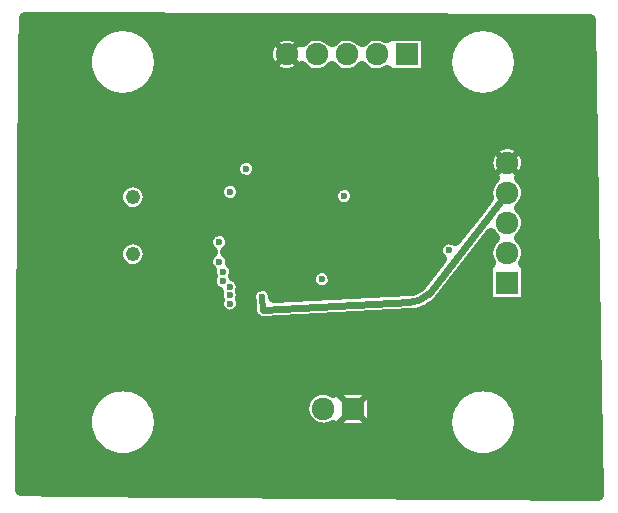
<source format=gbr>
G04 DipTrace 4.3.0.3*
G04 G3L.gbr*
%MOMM*%
G04 #@! TF.FileFunction,Copper,L3,Inr*
G04 #@! TF.Part,Single*
G04 #@! TA.AperFunction,ViaPad*
%ADD17C,0.6*%
G04 #@! TA.AperFunction,CopperBalancing*
%ADD18C,1.0*%
%ADD24C,0.5*%
G04 #@! TA.AperFunction,ComponentPad*
%ADD33R,1.92X1.92*%
%ADD34C,1.92*%
%ADD39C,1.2192*%
%FSLAX35Y35*%
G04*
G71*
G90*
G75*
G01*
G04 Inner2*
%LPD*%
X2550000Y2330000D2*
D24*
X2554930Y2222747D1*
D17*
X3800000Y2285000D1*
G03X3960000Y2355000I-12273J245910D01*
G01*
X4625000Y3212000D1*
X3245000Y3185000D3*
X3055000Y2480000D3*
X2415000Y3415000D3*
X2280000Y3220000D3*
X2220000Y2545000D3*
X2215000Y2465000D3*
X2275000Y2415000D3*
Y2345000D3*
X2280000Y2275000D3*
X2185000Y2630000D3*
Y2795000D3*
X2475000Y3715000D3*
X1880000Y3570000D3*
X1765000Y3500000D3*
X1760000Y3380000D3*
X1820000Y3240000D3*
X1910000Y3125000D3*
X2430000Y2925000D3*
X1115000Y2940000D3*
X1770000Y2365000D3*
X1765000Y2295000D3*
X1760000Y2230000D3*
X1780000Y2460000D3*
X1820000Y2535000D3*
X1840000Y2625000D3*
X1825000Y2715000D3*
X4190000Y1710000D3*
X3995000Y1580000D3*
X1975000Y2210000D3*
X2165000Y1815000D3*
X2255000D3*
X2505000D3*
X2425000D3*
X2345000D3*
X3700000Y1840000D3*
X3540000Y3080000D3*
X3440000Y3060000D3*
X3360000Y3055000D3*
X1335000Y2000000D3*
X1380000Y1915000D3*
X1480000Y1905000D3*
X1565000Y1935000D3*
X1580000Y2020000D3*
X3205000Y1825000D3*
X4580000Y2010000D3*
X4655000D3*
X2785000Y3525000D3*
X2830000Y3480000D3*
X2835000Y3420000D3*
X3665000Y3775000D3*
X3600000D3*
X3530000Y3770000D3*
X3480000Y3730000D3*
X3475000Y3650000D3*
X3480000Y3585000D3*
Y3520000D3*
X4715000Y2085000D3*
X3570000Y3360000D3*
X3650000Y3350000D3*
X3785000Y3300000D3*
X3820000Y3260000D3*
X3845000Y3210000D3*
X3840000Y3140000D3*
X3820000Y3085000D3*
X3825000Y3025000D3*
X3835000Y2745000D3*
Y2685000D3*
X3865000Y2625000D3*
X3940000Y2610000D3*
X4010000Y2615000D3*
X3925000Y3990000D3*
X3830000D3*
X3950000Y4200000D3*
X3815000Y4065000D3*
Y4140000D3*
X3825000Y4210000D3*
X3410000Y3135000D3*
X3480000Y3140000D3*
X3545000Y3135000D3*
X3580000Y2745000D3*
X3585000Y2690000D3*
X3555000Y2635000D3*
X3320000Y2555000D3*
X3550000Y2525000D3*
X3500000Y2480000D3*
X3525000Y2410000D3*
X3390000Y2345000D3*
X3320000Y2385000D3*
X1140000Y1695000D3*
X1210000Y1685000D3*
X1265000Y1695000D3*
X1320000Y1720000D3*
X1380000D3*
X1515000Y1695000D3*
X1505000Y1640000D3*
Y1580000D3*
X1565000Y1585000D3*
X1645000Y1575000D3*
X1740000Y1570000D3*
X1750000Y1635000D3*
X1855000Y1575000D3*
X1940000D3*
X2030000Y1585000D3*
X2100000Y1605000D3*
X2180000D3*
X2265000Y1600000D3*
X2340000D3*
X2420000Y1590000D3*
X2500000Y1600000D3*
X2950000Y2590000D3*
X3360000Y3110000D3*
X4135000Y2725000D3*
X2550000Y2330000D3*
X548747Y4595333D2*
D18*
X1213252D1*
X1526742D2*
X4263265D1*
X4576755D2*
X5317184D1*
X547881Y4495667D2*
X1102145D1*
X1637848D2*
X2622594D1*
X3952998D2*
X4152158D1*
X4687861D2*
X5318870D1*
X547015Y4396000D2*
X1057393D1*
X1682601D2*
X2581351D1*
X3952998D2*
X4107406D1*
X4732614D2*
X5320602D1*
X546195Y4296333D2*
X1048916D1*
X1691123D2*
X2606325D1*
X3952998D2*
X4098883D1*
X4741090D2*
X5322288D1*
X545329Y4196667D2*
X1073434D1*
X1666605D2*
X4123402D1*
X4716572D2*
X5323975D1*
X544463Y4097000D2*
X1141794D1*
X1598200D2*
X4191807D1*
X4648213D2*
X5325661D1*
X543597Y3997333D2*
X5327347D1*
X542777Y3897667D2*
X5329033D1*
X541911Y3798000D2*
X5330765D1*
X541045Y3698333D2*
X5332451D1*
X540225Y3598667D2*
X4511911D1*
X4738083D2*
X5334137D1*
X539359Y3499000D2*
X2347152D1*
X2482861D2*
X4450251D1*
X4799743D2*
X5335824D1*
X538493Y3399333D2*
X2304222D1*
X2525791D2*
X4460778D1*
X4789215D2*
X5337510D1*
X537673Y3299667D2*
X1395407D1*
X1514574D2*
X2206286D1*
X2353708D2*
X4471670D1*
X4778324D2*
X5339196D1*
X536807Y3200000D2*
X1314150D1*
X1595830D2*
X2169964D1*
X2390029D2*
X3134105D1*
X3355902D2*
X4447425D1*
X4802568D2*
X5340882D1*
X535941Y3100333D2*
X1335889D1*
X1574137D2*
X3178128D1*
X3311878D2*
X4399255D1*
X4760505D2*
X5342614D1*
X535120Y3000667D2*
X4321917D1*
X4797510D2*
X5344300D1*
X534255Y2901000D2*
X4244580D1*
X4793044D2*
X5345986D1*
X533389Y2801333D2*
X1366924D1*
X1543057D2*
X2073213D1*
X2296787D2*
X4057367D1*
X4771943D2*
X5347673D1*
X532568Y2701667D2*
X1312282D1*
X1597699D2*
X2102425D1*
X2267575D2*
X4025693D1*
X4368122D2*
X4447015D1*
X4802979D2*
X5349359D1*
X531702Y2602000D2*
X1348740D1*
X1561286D2*
X2076904D1*
X2314606D2*
X4012568D1*
X4290785D2*
X4447015D1*
X4802979D2*
X5351045D1*
X530837Y2502333D2*
X2110081D1*
X2337712D2*
X2945479D1*
X3164541D2*
X3935231D1*
X4213447D2*
X4447015D1*
X4802979D2*
X5352777D1*
X530016Y2402667D2*
X2124255D1*
X2386247D2*
X2468421D1*
X2631566D2*
X2978473D1*
X3131501D2*
X3842718D1*
X4136110D2*
X4447015D1*
X4802979D2*
X5354463D1*
X529150Y2303000D2*
X2171924D1*
X2388070D2*
X2441624D1*
X4058773D2*
X4447015D1*
X4802979D2*
X5356149D1*
X528285Y2203333D2*
X2197399D1*
X2362594D2*
X2444814D1*
X3914535D2*
X5357835D1*
X527464Y2103667D2*
X5359521D1*
X526598Y2004000D2*
X5361208D1*
X525732Y1904333D2*
X5362894D1*
X524912Y1804667D2*
X5364626D1*
X524046Y1705000D2*
X5366312D1*
X523180Y1605333D2*
X5367998D1*
X522360Y1505667D2*
X1155557D1*
X1584482D2*
X2939098D1*
X3497998D2*
X4205524D1*
X4634450D2*
X5369684D1*
X521494Y1406000D2*
X1079222D1*
X1660817D2*
X2889333D1*
X3497998D2*
X4129189D1*
X4710785D2*
X5371370D1*
X520628Y1306333D2*
X1050101D1*
X1689893D2*
X2907562D1*
X3497998D2*
X4100114D1*
X4739860D2*
X5373057D1*
X519808Y1206667D2*
X1054476D1*
X1685518D2*
X4104489D1*
X4735485D2*
X5374788D1*
X518942Y1107000D2*
X1093942D1*
X1646051D2*
X4143955D1*
X4696019D2*
X5376475D1*
X518076Y1007333D2*
X1191605D1*
X1548389D2*
X4241618D1*
X4598356D2*
X5378161D1*
X517256Y907667D2*
X5379847D1*
X516390Y808000D2*
X5381533D1*
X515524Y708333D2*
X5383219D1*
X3630333Y4553000D2*
X3943000D1*
Y4217000D1*
X3607000D1*
Y4240675D1*
X3594758Y4234057D1*
X3573033Y4225261D1*
X3550295Y4219574D1*
X3526987Y4217107D1*
X3503562Y4217907D1*
X3480477Y4221960D1*
X3458181Y4229187D1*
X3437107Y4239446D1*
X3417667Y4252538D1*
X3400237Y4268208D1*
X3394273Y4275305D1*
X3379506Y4260235D1*
X3361047Y4245791D1*
X3340758Y4234057D1*
X3319033Y4225261D1*
X3296295Y4219574D1*
X3272987Y4217107D1*
X3249562Y4217907D1*
X3226477Y4221960D1*
X3204181Y4229187D1*
X3183107Y4239446D1*
X3163667Y4252538D1*
X3146237Y4268208D1*
X3140273Y4275305D1*
X3125506Y4260235D1*
X3107047Y4245791D1*
X3086758Y4234057D1*
X3065033Y4225261D1*
X3042295Y4219574D1*
X3018987Y4217107D1*
X2995562Y4217907D1*
X2972477Y4221960D1*
X2950181Y4229187D1*
X2929107Y4239446D1*
X2909667Y4252538D1*
X2892237Y4268208D1*
X2886273Y4275305D1*
X2883143Y4271807D1*
X2877782Y4266195D1*
X2872169Y4260836D1*
X2866314Y4255742D1*
X2860230Y4250923D1*
X2853930Y4246391D1*
X2847427Y4242155D1*
X2840735Y4238224D1*
X2833870Y4234605D1*
X2826844Y4231308D1*
X2819673Y4228339D1*
X2812374Y4225704D1*
X2804960Y4223409D1*
X2797448Y4221459D1*
X2789854Y4219858D1*
X2782194Y4218609D1*
X2774485Y4217715D1*
X2766743Y4217179D1*
X2758984Y4217000D1*
X2751225Y4217180D1*
X2743483Y4217718D1*
X2735774Y4218613D1*
X2728114Y4219863D1*
X2720521Y4221466D1*
X2713009Y4223418D1*
X2705596Y4225714D1*
X2698296Y4228351D1*
X2691126Y4231321D1*
X2684101Y4234620D1*
X2677236Y4238239D1*
X2670546Y4242172D1*
X2664044Y4246410D1*
X2657744Y4250943D1*
X2651661Y4255762D1*
X2645807Y4260857D1*
X2640195Y4266218D1*
X2634836Y4271831D1*
X2629742Y4277686D1*
X2624923Y4283770D1*
X2620391Y4290070D1*
X2616155Y4296573D1*
X2612224Y4303265D1*
X2608605Y4310130D1*
X2605308Y4317156D1*
X2602339Y4324327D1*
X2599704Y4331626D1*
X2597409Y4339040D1*
X2595459Y4346552D1*
X2593858Y4354146D1*
X2592609Y4361806D1*
X2591715Y4369515D1*
X2591179Y4377257D1*
X2591000Y4385016D1*
X2591180Y4392775D1*
X2591718Y4400517D1*
X2592613Y4408226D1*
X2593863Y4415886D1*
X2595466Y4423479D1*
X2597418Y4430991D1*
X2599714Y4438404D1*
X2602351Y4445704D1*
X2605321Y4452874D1*
X2608620Y4459899D1*
X2612239Y4466764D1*
X2616172Y4473454D1*
X2620410Y4479956D1*
X2624943Y4486256D1*
X2629762Y4492339D1*
X2634857Y4498193D1*
X2640218Y4503805D1*
X2645831Y4509164D1*
X2651686Y4514258D1*
X2657770Y4519077D1*
X2664070Y4523609D1*
X2670573Y4527845D1*
X2677265Y4531776D1*
X2684130Y4535395D1*
X2691156Y4538692D1*
X2698327Y4541661D1*
X2705626Y4544296D1*
X2713040Y4546591D1*
X2720552Y4548541D1*
X2728146Y4550142D1*
X2735806Y4551391D1*
X2743515Y4552285D1*
X2751257Y4552821D1*
X2759016Y4553000D1*
X2766775Y4552820D1*
X2774517Y4552282D1*
X2782226Y4551387D1*
X2789886Y4550137D1*
X2797479Y4548534D1*
X2804991Y4546582D1*
X2812404Y4544286D1*
X2819704Y4541649D1*
X2826874Y4538679D1*
X2833899Y4535380D1*
X2840764Y4531761D1*
X2847454Y4527828D1*
X2853956Y4523590D1*
X2860256Y4519057D1*
X2866339Y4514238D1*
X2872193Y4509143D1*
X2877805Y4503782D1*
X2883164Y4498169D1*
X2885975Y4494938D1*
X2892065Y4501613D1*
X2909471Y4517309D1*
X2928893Y4530430D1*
X2949951Y4540720D1*
X2972237Y4547980D1*
X2995316Y4552067D1*
X3018739Y4552902D1*
X3042051Y4550469D1*
X3064797Y4544816D1*
X3086535Y4536052D1*
X3106842Y4524348D1*
X3125322Y4509931D1*
X3139913Y4494844D1*
X3146065Y4501613D1*
X3163471Y4517309D1*
X3182893Y4530430D1*
X3203951Y4540720D1*
X3226237Y4547980D1*
X3249316Y4552067D1*
X3272739Y4552902D1*
X3296051Y4550469D1*
X3318797Y4544816D1*
X3340535Y4536052D1*
X3360842Y4524348D1*
X3379322Y4509931D1*
X3393913Y4494844D1*
X3400065Y4501613D1*
X3417471Y4517309D1*
X3436893Y4530430D1*
X3457951Y4540720D1*
X3480237Y4547980D1*
X3503316Y4552067D1*
X3526739Y4552902D1*
X3550051Y4550469D1*
X3572797Y4544816D1*
X3594535Y4536052D1*
X3607009Y4528862D1*
X3607000Y4553000D1*
X3630333D1*
X1681128Y1246688D2*
X1678516Y1223503D1*
X1674178Y1200578D1*
X1668140Y1178040D1*
X1660434Y1156018D1*
X1651104Y1134632D1*
X1640202Y1114004D1*
X1627789Y1094248D1*
X1613934Y1075474D1*
X1598715Y1057789D1*
X1582217Y1041291D1*
X1564532Y1026071D1*
X1545759Y1012216D1*
X1526004Y999802D1*
X1505376Y988900D1*
X1483990Y979569D1*
X1461968Y971863D1*
X1439431Y965823D1*
X1416505Y961485D1*
X1393320Y958873D1*
X1370004Y958000D1*
X1346688Y958872D1*
X1323503Y961484D1*
X1300578Y965822D1*
X1278040Y971860D1*
X1256018Y979566D1*
X1234632Y988896D1*
X1214004Y999798D1*
X1194248Y1012211D1*
X1175474Y1026066D1*
X1157789Y1041285D1*
X1141291Y1057783D1*
X1126071Y1075468D1*
X1112216Y1094241D1*
X1099802Y1113996D1*
X1088900Y1134624D1*
X1079569Y1156010D1*
X1071863Y1178032D1*
X1065823Y1200569D1*
X1061485Y1223495D1*
X1058873Y1246680D1*
X1058000Y1269996D1*
X1058872Y1293312D1*
X1061484Y1316497D1*
X1065822Y1339422D1*
X1071860Y1361960D1*
X1079566Y1383982D1*
X1088896Y1405368D1*
X1099798Y1425996D1*
X1112211Y1445752D1*
X1126066Y1464526D1*
X1141285Y1482211D1*
X1157783Y1498709D1*
X1175468Y1513929D1*
X1194241Y1527784D1*
X1213996Y1540198D1*
X1234624Y1551100D1*
X1256010Y1560431D1*
X1278032Y1568137D1*
X1300569Y1574177D1*
X1323495Y1578515D1*
X1346680Y1581127D1*
X1369996Y1582000D1*
X1393312Y1581128D1*
X1416497Y1578516D1*
X1439422Y1574178D1*
X1461960Y1568140D1*
X1483982Y1560434D1*
X1505368Y1551104D1*
X1525996Y1540202D1*
X1545752Y1527789D1*
X1564526Y1513934D1*
X1582211Y1498715D1*
X1598709Y1482217D1*
X1613929Y1464532D1*
X1627784Y1445759D1*
X1640198Y1426004D1*
X1651100Y1405376D1*
X1660431Y1383990D1*
X1668137Y1361968D1*
X1674177Y1339431D1*
X1678515Y1316505D1*
X1681127Y1293320D1*
X1682000Y1270000D1*
X1681128Y1246688D1*
X4731128D2*
X4728516Y1223503D1*
X4724178Y1200578D1*
X4718140Y1178040D1*
X4710434Y1156018D1*
X4701104Y1134632D1*
X4690202Y1114004D1*
X4677789Y1094248D1*
X4663934Y1075474D1*
X4648715Y1057789D1*
X4632217Y1041291D1*
X4614532Y1026071D1*
X4595759Y1012216D1*
X4576004Y999802D1*
X4555376Y988900D1*
X4533990Y979569D1*
X4511968Y971863D1*
X4489431Y965823D1*
X4466505Y961485D1*
X4443320Y958873D1*
X4420004Y958000D1*
X4396688Y958872D1*
X4373503Y961484D1*
X4350578Y965822D1*
X4328040Y971860D1*
X4306018Y979566D1*
X4284632Y988896D1*
X4264004Y999798D1*
X4244248Y1012211D1*
X4225474Y1026066D1*
X4207789Y1041285D1*
X4191291Y1057783D1*
X4176071Y1075468D1*
X4162216Y1094241D1*
X4149802Y1113996D1*
X4138900Y1134624D1*
X4129569Y1156010D1*
X4121863Y1178032D1*
X4115823Y1200569D1*
X4111485Y1223495D1*
X4108873Y1246680D1*
X4108000Y1269996D1*
X4108872Y1293312D1*
X4111484Y1316497D1*
X4115822Y1339422D1*
X4121860Y1361960D1*
X4129566Y1383982D1*
X4138896Y1405368D1*
X4149798Y1425996D1*
X4162211Y1445752D1*
X4176066Y1464526D1*
X4191285Y1482211D1*
X4207783Y1498709D1*
X4225468Y1513929D1*
X4244241Y1527784D1*
X4263996Y1540198D1*
X4284624Y1551100D1*
X4306010Y1560431D1*
X4328032Y1568137D1*
X4350569Y1574177D1*
X4373495Y1578515D1*
X4396680Y1581127D1*
X4419996Y1582000D1*
X4443312Y1581128D1*
X4466497Y1578516D1*
X4489422Y1574178D1*
X4511960Y1568140D1*
X4533982Y1560434D1*
X4555368Y1551104D1*
X4575996Y1540202D1*
X4595752Y1527789D1*
X4614526Y1513934D1*
X4632211Y1498715D1*
X4648709Y1482217D1*
X4663929Y1464532D1*
X4677784Y1445759D1*
X4690198Y1426004D1*
X4701100Y1405376D1*
X4710431Y1383990D1*
X4718137Y1361968D1*
X4724177Y1339431D1*
X4728515Y1316505D1*
X4731127Y1293320D1*
X4732000Y1270000D1*
X4731128Y1246688D1*
Y4296688D2*
X4728516Y4273503D1*
X4724178Y4250578D1*
X4718140Y4228040D1*
X4710434Y4206018D1*
X4701104Y4184632D1*
X4690202Y4164004D1*
X4677789Y4144248D1*
X4663934Y4125474D1*
X4648715Y4107789D1*
X4632217Y4091291D1*
X4614532Y4076071D1*
X4595759Y4062216D1*
X4576004Y4049802D1*
X4555376Y4038900D1*
X4533990Y4029569D1*
X4511968Y4021863D1*
X4489431Y4015823D1*
X4466505Y4011485D1*
X4443320Y4008873D1*
X4420004Y4008000D1*
X4396688Y4008872D1*
X4373503Y4011484D1*
X4350578Y4015822D1*
X4328040Y4021860D1*
X4306018Y4029566D1*
X4284632Y4038896D1*
X4264004Y4049798D1*
X4244248Y4062211D1*
X4225474Y4076066D1*
X4207789Y4091285D1*
X4191291Y4107783D1*
X4176071Y4125468D1*
X4162216Y4144241D1*
X4149802Y4163996D1*
X4138900Y4184624D1*
X4129569Y4206010D1*
X4121863Y4228032D1*
X4115823Y4250569D1*
X4111485Y4273495D1*
X4108873Y4296680D1*
X4108000Y4319996D1*
X4108872Y4343312D1*
X4111484Y4366497D1*
X4115822Y4389422D1*
X4121860Y4411960D1*
X4129566Y4433982D1*
X4138896Y4455368D1*
X4149798Y4475996D1*
X4162211Y4495752D1*
X4176066Y4514526D1*
X4191285Y4532211D1*
X4207783Y4548709D1*
X4225468Y4563929D1*
X4244241Y4577784D1*
X4263996Y4590198D1*
X4284624Y4601100D1*
X4306010Y4610431D1*
X4328032Y4618137D1*
X4350569Y4624177D1*
X4373495Y4628515D1*
X4396680Y4631127D1*
X4419996Y4632000D1*
X4443312Y4631128D1*
X4466497Y4628516D1*
X4489422Y4624178D1*
X4511960Y4618140D1*
X4533982Y4610434D1*
X4555368Y4601104D1*
X4575996Y4590202D1*
X4595752Y4577789D1*
X4614526Y4563934D1*
X4632211Y4548715D1*
X4648709Y4532217D1*
X4663929Y4514532D1*
X4677784Y4495759D1*
X4690198Y4476004D1*
X4701100Y4455376D1*
X4710431Y4433990D1*
X4718137Y4411968D1*
X4724177Y4389431D1*
X4728515Y4366505D1*
X4731127Y4343320D1*
X4732000Y4320000D1*
X4731128Y4296688D1*
X1681128D2*
X1678516Y4273503D1*
X1674178Y4250578D1*
X1668140Y4228040D1*
X1660434Y4206018D1*
X1651104Y4184632D1*
X1640202Y4164004D1*
X1627789Y4144248D1*
X1613934Y4125474D1*
X1598715Y4107789D1*
X1582217Y4091291D1*
X1564532Y4076071D1*
X1545759Y4062216D1*
X1526004Y4049802D1*
X1505376Y4038900D1*
X1483990Y4029569D1*
X1461968Y4021863D1*
X1439431Y4015823D1*
X1416505Y4011485D1*
X1393320Y4008873D1*
X1370004Y4008000D1*
X1346688Y4008872D1*
X1323503Y4011484D1*
X1300578Y4015822D1*
X1278040Y4021860D1*
X1256018Y4029566D1*
X1234632Y4038896D1*
X1214004Y4049798D1*
X1194248Y4062211D1*
X1175474Y4076066D1*
X1157789Y4091285D1*
X1141291Y4107783D1*
X1126071Y4125468D1*
X1112216Y4144241D1*
X1099802Y4163996D1*
X1088900Y4184624D1*
X1079569Y4206010D1*
X1071863Y4228032D1*
X1065823Y4250569D1*
X1061485Y4273495D1*
X1058873Y4296680D1*
X1058000Y4319996D1*
X1058872Y4343312D1*
X1061484Y4366497D1*
X1065822Y4389422D1*
X1071860Y4411960D1*
X1079566Y4433982D1*
X1088896Y4455368D1*
X1099798Y4475996D1*
X1112211Y4495752D1*
X1126066Y4514526D1*
X1141285Y4532211D1*
X1157783Y4548709D1*
X1175468Y4563929D1*
X1194241Y4577784D1*
X1213996Y4590198D1*
X1234624Y4601100D1*
X1256010Y4610431D1*
X1278032Y4618137D1*
X1300569Y4624177D1*
X1323495Y4628515D1*
X1346680Y4631127D1*
X1369996Y4632000D1*
X1393312Y4631128D1*
X1416497Y4628516D1*
X1439422Y4624178D1*
X1461960Y4618140D1*
X1483982Y4610434D1*
X1505368Y4601104D1*
X1525996Y4590202D1*
X1545752Y4577789D1*
X1564526Y4563934D1*
X1582211Y4548715D1*
X1598709Y4532217D1*
X1613929Y4514532D1*
X1627784Y4495759D1*
X1640198Y4476004D1*
X1651100Y4455376D1*
X1660431Y4433990D1*
X1668137Y4411968D1*
X1674177Y4389431D1*
X1678515Y4366505D1*
X1681127Y4343320D1*
X1682000Y4320000D1*
X1681128Y4296688D1*
X3344343Y3161870D2*
X3336331Y3139583D1*
X3323395Y3119745D1*
X3306233Y3103425D1*
X3285770Y3091502D1*
X3263109Y3084620D1*
X3239472Y3083150D1*
X3216133Y3087170D1*
X3194350Y3096465D1*
X3175297Y3110532D1*
X3160002Y3128614D1*
X3149290Y3149735D1*
X3143737Y3172758D1*
X3143644Y3196441D1*
X3149014Y3219507D1*
X3159559Y3240713D1*
X3174711Y3258915D1*
X3193651Y3273132D1*
X3215360Y3282599D1*
X3238667Y3286803D1*
X3262315Y3285520D1*
X3285030Y3278817D1*
X3305586Y3267057D1*
X3322877Y3250873D1*
X3335969Y3231137D1*
X3344157Y3208915D1*
X3346999Y3185403D1*
X3344343Y3161870D1*
X3154343Y2456870D2*
X3146331Y2434583D1*
X3133395Y2414745D1*
X3116233Y2398425D1*
X3095770Y2386502D1*
X3073109Y2379620D1*
X3049472Y2378150D1*
X3026133Y2382170D1*
X3004350Y2391465D1*
X2985297Y2405532D1*
X2970002Y2423614D1*
X2959290Y2444735D1*
X2953737Y2467758D1*
X2953644Y2491441D1*
X2959014Y2514507D1*
X2969559Y2535713D1*
X2984711Y2553915D1*
X3003651Y2568132D1*
X3025360Y2577599D1*
X3048667Y2581803D1*
X3072315Y2580520D1*
X3095030Y2573817D1*
X3115586Y2562057D1*
X3132877Y2545873D1*
X3145969Y2526137D1*
X3154157Y2503915D1*
X3156999Y2480403D1*
X3154343Y2456870D1*
X2514343Y3391870D2*
X2506331Y3369583D1*
X2493395Y3349745D1*
X2476233Y3333425D1*
X2455770Y3321502D1*
X2433109Y3314620D1*
X2409472Y3313150D1*
X2386133Y3317170D1*
X2364350Y3326465D1*
X2345297Y3340532D1*
X2330002Y3358614D1*
X2319290Y3379735D1*
X2313737Y3402758D1*
X2313644Y3426441D1*
X2319014Y3449507D1*
X2329559Y3470713D1*
X2344711Y3488915D1*
X2363651Y3503132D1*
X2385360Y3512599D1*
X2408667Y3516803D1*
X2432315Y3515520D1*
X2455030Y3508817D1*
X2475586Y3497057D1*
X2492877Y3480873D1*
X2505969Y3461137D1*
X2514157Y3438915D1*
X2516999Y3415403D1*
X2514343Y3391870D1*
X2379343Y3196870D2*
X2371331Y3174583D1*
X2358395Y3154745D1*
X2341233Y3138425D1*
X2320770Y3126502D1*
X2298109Y3119620D1*
X2274472Y3118150D1*
X2251133Y3122170D1*
X2229350Y3131465D1*
X2210297Y3145532D1*
X2195002Y3163614D1*
X2184290Y3184735D1*
X2178737Y3207758D1*
X2178644Y3231441D1*
X2184014Y3254507D1*
X2194559Y3275713D1*
X2209711Y3293915D1*
X2228651Y3308132D1*
X2250360Y3317599D1*
X2273667Y3321803D1*
X2297315Y3320520D1*
X2320030Y3313817D1*
X2340586Y3302057D1*
X2357877Y3285873D1*
X2370969Y3266137D1*
X2379157Y3243915D1*
X2381999Y3220403D1*
X2379343Y3196870D1*
X2319343Y2521870D2*
X2314703Y2508963D1*
X2335586Y2497057D1*
X2352877Y2480873D1*
X2365969Y2461137D1*
X2374157Y2438915D1*
X2376999Y2415403D1*
X2374343Y2391870D1*
X2370438Y2381009D1*
X2374157Y2368915D1*
X2376999Y2345403D1*
X2374343Y2321870D1*
X2372754Y2317452D1*
X2376160Y2309018D1*
X2381413Y2285925D1*
X2382000Y2275000D1*
X2379343Y2251870D1*
X2371331Y2229583D1*
X2358395Y2209745D1*
X2341233Y2193425D1*
X2320770Y2181502D1*
X2298109Y2174620D1*
X2274472Y2173150D1*
X2251133Y2177170D1*
X2229350Y2186465D1*
X2210297Y2200532D1*
X2195002Y2218614D1*
X2184290Y2239735D1*
X2178737Y2262758D1*
X2178644Y2286441D1*
X2182352Y2302366D1*
X2179290Y2309735D1*
X2173737Y2332758D1*
X2173644Y2356441D1*
X2176890Y2370384D1*
X2161378Y2378232D1*
X2142814Y2392937D1*
X2128140Y2411526D1*
X2118150Y2432999D1*
X2113381Y2456197D1*
X2114090Y2479869D1*
X2120239Y2502740D1*
X2124186Y2510045D1*
X2118737Y2532758D1*
X2118659Y2552532D1*
X2115297Y2555532D1*
X2100002Y2573614D1*
X2089290Y2594735D1*
X2083737Y2617758D1*
X2083644Y2641441D1*
X2089014Y2664507D1*
X2099559Y2685713D1*
X2114711Y2703915D1*
X2125605Y2712093D1*
X2115297Y2720532D1*
X2100002Y2738614D1*
X2089290Y2759735D1*
X2083737Y2782758D1*
X2083644Y2806441D1*
X2089014Y2829507D1*
X2099559Y2850713D1*
X2114711Y2868915D1*
X2133651Y2883132D1*
X2155360Y2892599D1*
X2178667Y2896803D1*
X2202315Y2895520D1*
X2225030Y2888817D1*
X2245586Y2877057D1*
X2262877Y2860873D1*
X2275969Y2841137D1*
X2284157Y2818915D1*
X2286999Y2795403D1*
X2284343Y2771870D1*
X2276331Y2749583D1*
X2263395Y2729745D1*
X2246233Y2713425D1*
X2244814Y2712598D1*
X2245586Y2712057D1*
X2262877Y2695873D1*
X2275969Y2676137D1*
X2284157Y2653915D1*
X2286999Y2630403D1*
X2286157Y2622659D1*
X2297877Y2610873D1*
X2310969Y2591137D1*
X2319157Y2568915D1*
X2321999Y2545403D1*
X2319343Y2521870D1*
X4040569Y2292453D2*
X4485211Y2865457D1*
X4489158Y2859152D1*
X4504237Y2841208D1*
X4515301Y2830745D1*
X4504065Y2820613D1*
X4489012Y2802648D1*
X4476607Y2782762D1*
X4467089Y2761343D1*
X4460645Y2738808D1*
X4457401Y2715595D1*
X4457418Y2692157D1*
X4460697Y2668950D1*
X4467174Y2646424D1*
X4476723Y2625019D1*
X4480675Y2618000D1*
X4457000D1*
Y2282000D1*
X4793000D1*
Y2618000D1*
X4769094Y2618010D1*
X4778526Y2635781D1*
X4786526Y2657812D1*
X4791382Y2680742D1*
X4793000Y2704124D1*
X4791348Y2727504D1*
X4786458Y2750426D1*
X4778425Y2772445D1*
X4767406Y2793131D1*
X4753616Y2812083D1*
X4737322Y2828931D1*
X4734849Y2830860D1*
X4734820Y2831133D1*
X4737506Y2833235D1*
X4753775Y2850107D1*
X4767538Y2869079D1*
X4778526Y2889781D1*
X4786526Y2911812D1*
X4791382Y2934742D1*
X4793000Y2958124D1*
X4791348Y2981504D1*
X4786458Y3004426D1*
X4778425Y3026445D1*
X4767406Y3047131D1*
X4753616Y3066083D1*
X4737322Y3082931D1*
X4734849Y3084860D1*
X4734820Y3085133D1*
X4737506Y3087235D1*
X4753775Y3104107D1*
X4767538Y3123079D1*
X4778526Y3143781D1*
X4786526Y3165812D1*
X4791382Y3188742D1*
X4793000Y3212124D1*
X4791348Y3235504D1*
X4786458Y3258426D1*
X4778425Y3280445D1*
X4767406Y3301131D1*
X4753616Y3320083D1*
X4737322Y3336931D1*
X4734938Y3339025D1*
X4738169Y3341836D1*
X4743782Y3347195D1*
X4749143Y3352807D1*
X4754238Y3358661D1*
X4759057Y3364744D1*
X4763590Y3371044D1*
X4767828Y3377546D1*
X4771761Y3384236D1*
X4775380Y3391101D1*
X4778679Y3398126D1*
X4781649Y3405296D1*
X4784286Y3412596D1*
X4786582Y3420009D1*
X4788534Y3427521D1*
X4790137Y3435114D1*
X4791387Y3442774D1*
X4792282Y3450483D1*
X4792820Y3458225D1*
X4793000Y3466000D1*
X4792821Y3473743D1*
X4792285Y3481485D1*
X4791391Y3489194D1*
X4790142Y3496854D1*
X4788541Y3504448D1*
X4786591Y3511960D1*
X4784296Y3519374D1*
X4781661Y3526673D1*
X4778692Y3533844D1*
X4775395Y3540870D1*
X4771776Y3547735D1*
X4767845Y3554427D1*
X4763609Y3560930D1*
X4759077Y3567230D1*
X4754258Y3573314D1*
X4749164Y3579169D1*
X4743805Y3584782D1*
X4738193Y3590143D1*
X4732339Y3595238D1*
X4726256Y3600057D1*
X4719956Y3604590D1*
X4713454Y3608828D1*
X4706764Y3612761D1*
X4699899Y3616380D1*
X4692874Y3619679D1*
X4685704Y3622649D1*
X4678404Y3625286D1*
X4670991Y3627582D1*
X4663479Y3629534D1*
X4655886Y3631137D1*
X4648226Y3632387D1*
X4640517Y3633282D1*
X4632775Y3633820D1*
X4625016Y3634000D1*
X4617257Y3633821D1*
X4609515Y3633285D1*
X4601806Y3632391D1*
X4594146Y3631142D1*
X4586552Y3629541D1*
X4579040Y3627591D1*
X4571626Y3625296D1*
X4564327Y3622661D1*
X4557156Y3619692D1*
X4550130Y3616395D1*
X4543265Y3612776D1*
X4536573Y3608845D1*
X4530070Y3604609D1*
X4523770Y3600077D1*
X4517686Y3595258D1*
X4511831Y3590164D1*
X4506218Y3584805D1*
X4500857Y3579193D1*
X4495762Y3573339D1*
X4490943Y3567256D1*
X4486410Y3560956D1*
X4482172Y3554454D1*
X4478239Y3547764D1*
X4474620Y3540899D1*
X4471321Y3533874D1*
X4468351Y3526704D1*
X4465714Y3519404D1*
X4463418Y3511991D1*
X4461466Y3504479D1*
X4459863Y3496886D1*
X4458613Y3489226D1*
X4457718Y3481517D1*
X4457180Y3473775D1*
X4457000Y3466016D1*
X4457179Y3458257D1*
X4457715Y3450515D1*
X4458609Y3442806D1*
X4459858Y3435146D1*
X4461459Y3427552D1*
X4463409Y3420040D1*
X4465704Y3412626D1*
X4468339Y3405327D1*
X4471308Y3398156D1*
X4474605Y3391130D1*
X4478224Y3384265D1*
X4482155Y3377573D1*
X4486391Y3371070D1*
X4490923Y3364770D1*
X4495742Y3358686D1*
X4500836Y3352831D1*
X4506195Y3347218D1*
X4511807Y3341857D1*
X4515301Y3338745D1*
X4504065Y3328613D1*
X4489012Y3310648D1*
X4476607Y3290762D1*
X4467089Y3269343D1*
X4460645Y3246808D1*
X4457401Y3223595D1*
X4457418Y3200157D1*
X4460697Y3176950D1*
X4462854Y3169449D1*
X4365918Y3044497D1*
X4185930Y2812581D1*
X4175030Y2818817D1*
X4152315Y2825520D1*
X4128667Y2826803D1*
X4105360Y2822599D1*
X4083651Y2813132D1*
X4064711Y2798915D1*
X4049559Y2780713D1*
X4039014Y2759507D1*
X4033644Y2736441D1*
X4033737Y2712758D1*
X4039290Y2689735D1*
X4050002Y2668614D1*
X4062653Y2653657D1*
X3885584Y2425477D1*
X3875361Y2416609D1*
X3860943Y2406878D1*
X3845456Y2398956D1*
X3829128Y2392959D1*
X3812195Y2388974D1*
X3791830Y2386719D1*
X2651966Y2329706D1*
X2651999Y2330403D1*
X2649157Y2353915D1*
X2640969Y2376137D1*
X2627877Y2395873D1*
X2610586Y2412057D1*
X2590030Y2423817D1*
X2567315Y2430520D1*
X2543667Y2431803D1*
X2520360Y2427599D1*
X2498651Y2418132D1*
X2479711Y2403915D1*
X2464559Y2385713D1*
X2454014Y2364507D1*
X2448644Y2341441D1*
X2448737Y2317758D1*
X2454290Y2294735D1*
X2454552Y2294220D1*
X2456653Y2248403D1*
X2455156Y2243941D1*
X2452949Y2220763D1*
X2456056Y2197689D1*
X2464314Y2175920D1*
X2477293Y2156591D1*
X2494318Y2140709D1*
X2514500Y2129101D1*
X2536789Y2122373D1*
X2560024Y2120874D1*
X3805026Y2183124D1*
X3811227Y2183620D1*
X3840711Y2186885D1*
X3852923Y2188985D1*
X3881798Y2195781D1*
X3893667Y2199339D1*
X3921513Y2209566D1*
X3932867Y2214529D1*
X3959276Y2228038D1*
X3969949Y2234333D1*
X3994537Y2250928D1*
X3159778Y1553000D2*
X3488000D1*
Y1217000D1*
X3152000D1*
Y1240675D1*
X3139758Y1234057D1*
X3118033Y1225261D1*
X3095295Y1219574D1*
X3071987Y1217107D1*
X3048562Y1217907D1*
X3025477Y1221960D1*
X3003181Y1229187D1*
X2982107Y1239446D1*
X2962667Y1252538D1*
X2945237Y1268208D1*
X2930158Y1286152D1*
X2917723Y1306019D1*
X2908174Y1327424D1*
X2901697Y1349950D1*
X2898418Y1373157D1*
X2898401Y1396595D1*
X2901645Y1419808D1*
X2908089Y1442343D1*
X2917607Y1463762D1*
X2930012Y1483648D1*
X2945065Y1501613D1*
X2962471Y1517309D1*
X2981893Y1530430D1*
X3002951Y1540720D1*
X3025237Y1547980D1*
X3048316Y1552067D1*
X3071739Y1552902D1*
X3095051Y1550469D1*
X3117797Y1544816D1*
X3139535Y1536052D1*
X3152009Y1528862D1*
X3152000Y1553000D1*
X3159778D1*
X1585918Y2670486D2*
X1579898Y2648105D1*
X1570083Y2627110D1*
X1556771Y2608137D1*
X1540367Y2591765D1*
X1521370Y2578490D1*
X1500355Y2568715D1*
X1477963Y2562738D1*
X1454873Y2560740D1*
X1431786Y2562782D1*
X1409405Y2568802D1*
X1388410Y2578617D1*
X1369437Y2591929D1*
X1353065Y2608333D1*
X1339790Y2627330D1*
X1330015Y2648345D1*
X1324038Y2670737D1*
X1322040Y2693827D1*
X1324082Y2716914D1*
X1330102Y2739295D1*
X1339917Y2760290D1*
X1353229Y2779263D1*
X1369633Y2795635D1*
X1388630Y2808910D1*
X1409645Y2818685D1*
X1432037Y2824662D1*
X1455127Y2826660D1*
X1478214Y2824618D1*
X1500595Y2818598D1*
X1521590Y2808783D1*
X1540563Y2795471D1*
X1556935Y2779067D1*
X1570210Y2760070D1*
X1579985Y2739055D1*
X1585962Y2716663D1*
X1587960Y2693700D1*
X1585918Y2670486D1*
Y3153086D2*
X1579898Y3130705D1*
X1570083Y3109710D1*
X1556771Y3090737D1*
X1540367Y3074365D1*
X1521370Y3061090D1*
X1500355Y3051315D1*
X1477963Y3045338D1*
X1454873Y3043340D1*
X1431786Y3045382D1*
X1409405Y3051402D1*
X1388410Y3061217D1*
X1369437Y3074529D1*
X1353065Y3090933D1*
X1339790Y3109930D1*
X1330015Y3130945D1*
X1324038Y3153337D1*
X1322040Y3176427D1*
X1324082Y3199514D1*
X1330102Y3221895D1*
X1339917Y3242890D1*
X1353229Y3261863D1*
X1369633Y3278235D1*
X1388630Y3291510D1*
X1409645Y3301285D1*
X1432037Y3307262D1*
X1455127Y3309260D1*
X1478214Y3307218D1*
X1500595Y3301198D1*
X1521590Y3291383D1*
X1540563Y3278071D1*
X1556935Y3261667D1*
X1570210Y3242670D1*
X1579985Y3221655D1*
X1585962Y3199263D1*
X1587960Y3176300D1*
X1585918Y3153086D1*
X4026782Y2277901D2*
X4004355Y2258451D1*
X5325853Y4675201D2*
X539552Y4694796D1*
X537210Y4417955D1*
X505425Y694579D1*
X852040Y691819D1*
X5394124Y655410D1*
X5370831Y2027095D1*
X5325839Y4675205D1*
X2640271Y4503729D2*
D24*
X2877729Y4266271D1*
Y4503729D2*
X2640271Y4266271D1*
X4743729Y3584729D2*
X4506271Y3347271D1*
X4743729D2*
X4506271Y3584729D1*
X3152064Y1552936D2*
X3487936Y1217064D1*
Y1552936D2*
X3152064Y1217064D1*
D33*
X3775000Y4385000D3*
D34*
X3521000D3*
X3267000D3*
X3013000D3*
X2759000D3*
D33*
X4625000Y2450000D3*
D34*
Y2704000D3*
Y2958000D3*
Y3212000D3*
Y3466000D3*
D33*
X3320000Y1385000D3*
D34*
X3066000D3*
D39*
X1455000Y2693700D3*
Y3176300D3*
M02*

</source>
